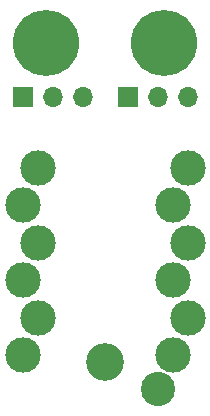
<source format=gbr>
%TF.GenerationSoftware,KiCad,Pcbnew,(5.1.9-0-10_14)*%
%TF.CreationDate,2021-03-13T12:52:40+01:00*%
%TF.ProjectId,Klinke Dual,4b6c696e-6b65-4204-9475-616c2e6b6963,rev?*%
%TF.SameCoordinates,Original*%
%TF.FileFunction,Soldermask,Bot*%
%TF.FilePolarity,Negative*%
%FSLAX46Y46*%
G04 Gerber Fmt 4.6, Leading zero omitted, Abs format (unit mm)*
G04 Created by KiCad (PCBNEW (5.1.9-0-10_14)) date 2021-03-13 12:52:40*
%MOMM*%
%LPD*%
G01*
G04 APERTURE LIST*
%ADD10O,1.700000X1.700000*%
%ADD11R,1.700000X1.700000*%
%ADD12C,3.200000*%
%ADD13C,3.000000*%
%ADD14C,2.900000*%
%ADD15C,5.600000*%
G04 APERTURE END LIST*
D10*
%TO.C,J2*%
X156985000Y-88570000D03*
X154445000Y-88570000D03*
D11*
X151905000Y-88570000D03*
%TD*%
D12*
%TO.C,H3*%
X150000000Y-111000000D03*
%TD*%
D13*
%TO.C,J1*%
X143030000Y-104050000D03*
X144300000Y-100870000D03*
X155730000Y-104050000D03*
X157000000Y-100870000D03*
X143030000Y-110390000D03*
X144300000Y-107220000D03*
X143030000Y-97700000D03*
X144300000Y-94520000D03*
X155730000Y-110390000D03*
X157000000Y-107220000D03*
X155730000Y-97700000D03*
X157000000Y-94520000D03*
D14*
X154460000Y-113270000D03*
%TD*%
D15*
%TO.C,H1*%
X145000000Y-84000000D03*
%TD*%
%TO.C,H2*%
X155000000Y-84000000D03*
%TD*%
D10*
%TO.C,J3*%
X148095000Y-88570000D03*
X145555000Y-88570000D03*
D11*
X143015000Y-88570000D03*
%TD*%
M02*

</source>
